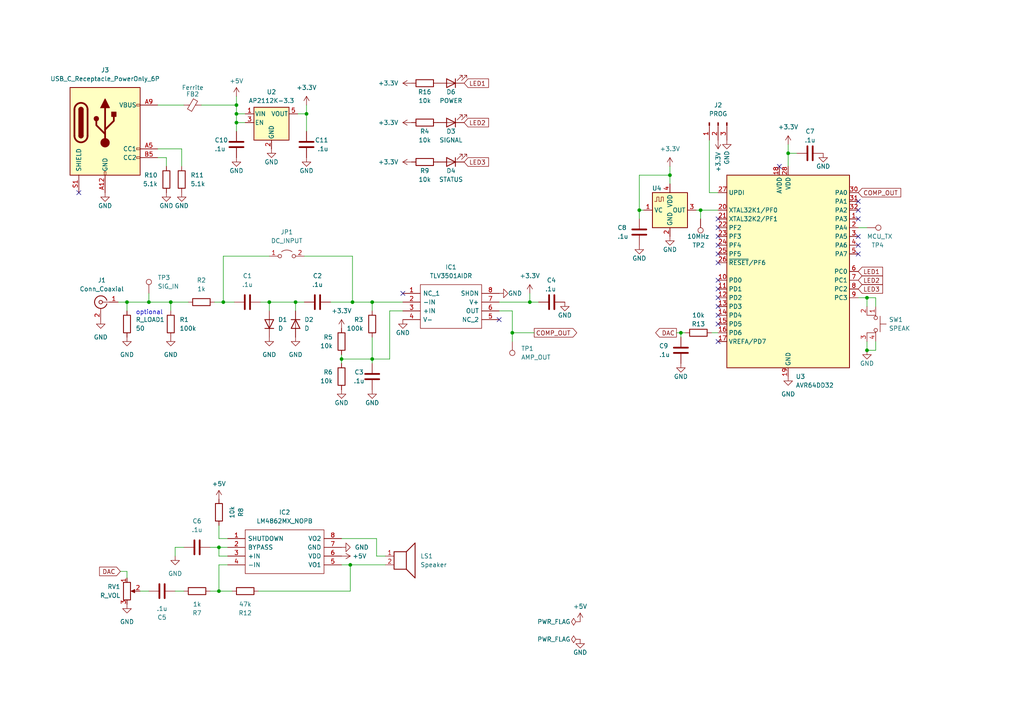
<source format=kicad_sch>
(kicad_sch (version 20230121) (generator eeschema)
  (paper "A4")
  (lib_symbols
    (symbol "Connector:Conn_01x03_Pin" (pin_names (offset 1.016) hide)
      (property "Reference" "J" (at 0 5.08 0))
      (property "Value" "Conn_01x03_Pin" (at 0 -5.08 0))
      (symbol "Conn_01x03_Pin_1_1"
        (polyline (pts (xy 1.27 -2.54) (xy 0.8636 -2.54)) (stroke (width 0.1524)))
        (polyline (pts (xy 1.27 0) (xy 0.8636 0)) (stroke (width 0.1524)))
        (polyline (pts (xy 1.27 2.54) (xy 0.8636 2.54)) (stroke (width 0.1524)))
        (rectangle (start 0.8636 -2.413) (end 0 -2.667) (stroke (width 0.1524)) (fill (type outline)))
        (rectangle (start 0.8636 0.127) (end 0 -0.127) (stroke (width 0.1524)) (fill (type outline)))
        (rectangle (start 0.8636 2.667) (end 0 2.413) (stroke (width 0.1524)) (fill (type outline)))
        (pin passive line (at 5.08 2.54 180) (length 3.81) (name "Pin_1") (number "1"))
        (pin passive line (at 5.08 0 180) (length 3.81) (name "Pin_2") (number "2"))
        (pin passive line (at 5.08 -2.54 180) (length 3.81) (name "Pin_3") (number "3"))
      )
    )
    (symbol "Connector:Conn_Coaxial" (pin_names (offset 1.016) hide)
      (property "Reference" "J" (at 0.254 3.048 0))
      (property "Value" "Conn_Coaxial" (at 2.921 0 90))
      (symbol "Conn_Coaxial_0_1"
        (arc (start -1.778 -0.508) (mid 0.2311 -1.8066) (end 1.778 0) (stroke (width 0.254)))
        (polyline (pts (xy -2.54 0) (xy -0.508 0)))
        (polyline (pts (xy 0 -2.54) (xy 0 -1.778)))
        (circle (center 0 0) (radius 0.508) (stroke (width 0.2032)))
        (arc (start 1.778 0) (mid 0.2099 1.8101) (end -1.778 0.508) (stroke (width 0.254)))
      )
      (symbol "Conn_Coaxial_1_1"
        (pin passive line (at -5.08 0 0) (length 2.54) (name "In") (number "1"))
        (pin passive line (at 0 -5.08 90) (length 2.54) (name "Ext") (number "2"))
      )
    )
    (symbol "Connector:TestPoint" (pin_numbers hide) (pin_names (offset 0.762) hide)
      (property "Reference" "TP" (at 0 6.858 0))
      (property "Value" "TestPoint" (at 0 5.08 0))
      (symbol "TestPoint_0_1"
        (circle (center 0 3.302) (radius 0.762))
      )
      (symbol "TestPoint_1_1"
        (pin passive line (at 0 0 90) (length 2.54) (name "1") (number "1"))
      )
    )
    (symbol "Connector:USB_C_Receptacle_PowerOnly_6P" (pin_names (offset 1.016))
      (property "Reference" "J" (at 0 16.51 0))
      (property "Value" "USB_C_Receptacle_PowerOnly_6P" (at 0 13.97 0))
      (symbol "USB_C_Receptacle_PowerOnly_6P_0_0"
        (rectangle (start -0.254 -12.7) (end 0.254 -11.684))
        (rectangle (start 10.16 -7.366) (end 9.144 -7.874))
        (rectangle (start 10.16 -4.826) (end 9.144 -5.334))
        (rectangle (start 10.16 7.874) (end 9.144 7.366))
      )
      (symbol "USB_C_Receptacle_PowerOnly_6P_0_1"
        (rectangle (start -10.16 12.7) (end 10.16 -12.7) (stroke (width 0.254)) (fill (type background)))
        (arc (start -8.89 -1.27) (mid -6.985 -3.1667) (end -5.08 -1.27) (stroke (width 0.508)))
        (arc (start -7.62 -1.27) (mid -6.985 -1.9023) (end -6.35 -1.27) (stroke (width 0.254)))
        (arc (start -7.62 -1.27) (mid -6.985 -1.9023) (end -6.35 -1.27) (stroke (width 0.254)) (fill (type outline)))
        (rectangle (start -7.62 -1.27) (end -6.35 6.35) (stroke (width 0.254)) (fill (type outline)))
        (arc (start -6.35 6.35) (mid -6.985 6.9823) (end -7.62 6.35) (stroke (width 0.254)))
        (arc (start -6.35 6.35) (mid -6.985 6.9823) (end -7.62 6.35) (stroke (width 0.254)) (fill (type outline)))
        (arc (start -5.08 6.35) (mid -6.985 8.2467) (end -8.89 6.35) (stroke (width 0.508)))
        (circle (center -2.54 3.683) (radius 0.635) (stroke (width 0.254)) (fill (type outline)))
        (circle (center 0 -3.302) (radius 1.27) (fill (type outline)))
        (polyline (pts (xy -8.89 -1.27) (xy -8.89 6.35)) (stroke (width 0.508)))
        (polyline (pts (xy -5.08 6.35) (xy -5.08 -1.27)) (stroke (width 0.508)))
        (polyline (pts (xy 0 -3.302) (xy 0 6.858)) (stroke (width 0.508)))
        (polyline (pts (xy 0 -0.762) (xy -2.54 1.778) (xy -2.54 3.048)) (stroke (width 0.508)))
        (polyline (pts (xy 0 0.508) (xy 2.54 3.048) (xy 2.54 4.318)) (stroke (width 0.508)))
        (polyline (pts (xy -1.27 6.858) (xy 0 9.398) (xy 1.27 6.858) (xy -1.27 6.858)) (stroke (width 0.254)) (fill (type outline)))
        (rectangle (start 1.905 4.318) (end 3.175 5.588) (stroke (width 0.254)) (fill (type outline)))
      )
      (symbol "USB_C_Receptacle_PowerOnly_6P_1_1"
        (pin passive line (at 0 -17.78 90) (length 5.08) (name "GND") (number "A12"))
        (pin bidirectional line (at 15.24 -5.08 180) (length 5.08) (name "CC1") (number "A5"))
        (pin passive line (at 15.24 7.62 180) (length 5.08) (name "VBUS") (number "A9"))
        (pin passive line (at 0 -17.78 90) (length 5.08) hide (name "GND") (number "B12"))
        (pin bidirectional line (at 15.24 -7.62 180) (length 5.08) (name "CC2") (number "B5"))
        (pin passive line (at 15.24 7.62 180) (length 5.08) hide (name "VBUS") (number "B9"))
        (pin passive line (at -7.62 -17.78 90) (length 5.08) (name "SHIELD") (number "S1"))
      )
    )
    (symbol "Device:C" (pin_numbers hide) (pin_names (offset 0.254))
      (property "Reference" "C" (at 0.635 2.54 0))
      (property "Value" "C" (at 0.635 -2.54 0))
      (symbol "C_0_1"
        (polyline (pts (xy -2.032 -0.762) (xy 2.032 -0.762)) (stroke (width 0.508)))
        (polyline (pts (xy -2.032 0.762) (xy 2.032 0.762)) (stroke (width 0.508)))
      )
      (symbol "C_1_1"
        (pin passive line (at 0 3.81 270) (length 2.794) (name "~") (number "1"))
        (pin passive line (at 0 -3.81 90) (length 2.794) (name "~") (number "2"))
      )
    )
    (symbol "Device:D" (pin_numbers hide) (pin_names (offset 1.016) hide)
      (property "Reference" "D" (at 0 2.54 0))
      (property "Value" "D" (at 0 -2.54 0))
      (symbol "D_0_1"
        (polyline (pts (xy -1.27 1.27) (xy -1.27 -1.27)) (stroke (width 0.254)))
        (polyline (pts (xy 1.27 0) (xy -1.27 0)))
        (polyline (pts (xy 1.27 1.27) (xy 1.27 -1.27) (xy -1.27 0) (xy 1.27 1.27)) (stroke (width 0.254)))
      )
      (symbol "D_1_1"
        (pin passive line (at -3.81 0 0) (length 2.54) (name "K") (number "1"))
        (pin passive line (at 3.81 0 180) (length 2.54) (name "A") (number "2"))
      )
    )
    (symbol "Device:FerriteBead_Small" (pin_numbers hide) (pin_names (offset 0))
      (property "Reference" "FB" (at 1.905 1.27 0))
      (property "Value" "FerriteBead_Small" (at 1.905 -1.27 0))
      (symbol "FerriteBead_Small_0_1"
        (polyline (pts (xy 0 -1.27) (xy 0 -0.7874)))
        (polyline (pts (xy 0 0.889) (xy 0 1.2954)))
        (polyline (pts (xy -1.8288 0.2794) (xy -1.1176 1.4986) (xy 1.8288 -0.2032) (xy 1.1176 -1.4224) (xy -1.8288 0.2794)))
      )
      (symbol "FerriteBead_Small_1_1"
        (pin passive line (at 0 2.54 270) (length 1.27) (name "~") (number "1"))
        (pin passive line (at 0 -2.54 90) (length 1.27) (name "~") (number "2"))
      )
    )
    (symbol "Device:LED" (pin_numbers hide) (pin_names (offset 1.016) hide)
      (property "Reference" "D" (at 0 2.54 0))
      (property "Value" "LED" (at 0 -2.54 0))
      (symbol "LED_0_1"
        (polyline (pts (xy -1.27 -1.27) (xy -1.27 1.27)) (stroke (width 0.254)))
        (polyline (pts (xy -1.27 0) (xy 1.27 0)))
        (polyline (pts (xy 1.27 -1.27) (xy 1.27 1.27) (xy -1.27 0) (xy 1.27 -1.27)) (stroke (width 0.254)))
        (polyline (pts (xy -3.048 -0.762) (xy -4.572 -2.286) (xy -3.81 -2.286) (xy -4.572 -2.286) (xy -4.572 -1.524)))
        (polyline (pts (xy -1.778 -0.762) (xy -3.302 -2.286) (xy -2.54 -2.286) (xy -3.302 -2.286) (xy -3.302 -1.524)))
      )
      (symbol "LED_1_1"
        (pin passive line (at -3.81 0 0) (length 2.54) (name "K") (number "1"))
        (pin passive line (at 3.81 0 180) (length 2.54) (name "A") (number "2"))
      )
    )
    (symbol "Device:R" (pin_numbers hide) (pin_names (offset 0))
      (property "Reference" "R" (at 2.032 0 90))
      (property "Value" "R" (at 0 0 90))
      (symbol "R_0_1"
        (rectangle (start -1.016 -2.54) (end 1.016 2.54) (stroke (width 0.254)))
      )
      (symbol "R_1_1"
        (pin passive line (at 0 3.81 270) (length 1.27) (name "~") (number "1"))
        (pin passive line (at 0 -3.81 90) (length 1.27) (name "~") (number "2"))
      )
    )
    (symbol "Device:R_Potentiometer" (pin_names (offset 1.016) hide)
      (property "Reference" "RV" (at -4.445 0 90))
      (property "Value" "R_Potentiometer" (at -2.54 0 90))
      (symbol "R_Potentiometer_0_1"
        (polyline (pts (xy 2.54 0) (xy 1.524 0)))
        (polyline (pts (xy 1.143 0) (xy 2.286 0.508) (xy 2.286 -0.508) (xy 1.143 0)) (fill (type outline)))
        (rectangle (start 1.016 2.54) (end -1.016 -2.54) (stroke (width 0.254)))
      )
      (symbol "R_Potentiometer_1_1"
        (pin passive line (at 0 3.81 270) (length 1.27) (name "1") (number "1"))
        (pin passive line (at 3.81 0 180) (length 1.27) (name "2") (number "2"))
        (pin passive line (at 0 -3.81 90) (length 1.27) (name "3") (number "3"))
      )
    )
    (symbol "Device:Speaker" (pin_names (offset 0) hide)
      (property "Reference" "LS" (at 1.27 5.715 0))
      (property "Value" "Speaker" (at 1.27 3.81 0))
      (symbol "Speaker_0_0"
        (rectangle (start -2.54 1.27) (end 1.016 -3.81) (stroke (width 0.254)))
        (polyline (pts (xy 1.016 1.27) (xy 3.556 3.81) (xy 3.556 -6.35) (xy 1.016 -3.81)) (stroke (width 0.254)))
      )
      (symbol "Speaker_1_1"
        (pin input line (at -5.08 0 0) (length 2.54) (name "1") (number "1"))
        (pin input line (at -5.08 -2.54 0) (length 2.54) (name "2") (number "2"))
      )
    )
    (symbol "Jumper:Jumper_2_Open" (pin_names (offset 0) hide)
      (property "Reference" "JP" (at 0 2.794 0))
      (property "Value" "Jumper_2_Open" (at 0 -2.286 0))
      (symbol "Jumper_2_Open_0_0"
        (circle (center -2.032 0) (radius 0.508))
        (circle (center 2.032 0) (radius 0.508))
      )
      (symbol "Jumper_2_Open_0_1"
        (arc (start 1.524 1.27) (mid 0 1.778) (end -1.524 1.27))
      )
      (symbol "Jumper_2_Open_1_1"
        (pin passive line (at -5.08 0 0) (length 2.54) (name "A") (number "1"))
        (pin passive line (at 5.08 0 180) (length 2.54) (name "B") (number "2"))
      )
    )
    (symbol "MCU_Microchip_AVR_Dx:AVR64DA32x-xPT"
      (property "Reference" "U" (at -17.78 29.21 0))
      (property "Value" "AVR64DA32x-xPT" (at 2.54 -29.21 0))
      (symbol "AVR64DA32x-xPT_0_1"
        (rectangle (start -17.78 27.94) (end 17.78 -27.94) (stroke (width 0.254)) (fill (type background)))
      )
      (symbol "AVR64DA32x-xPT_1_1"
        (pin bidirectional line (at 20.32 15.24 180) (length 2.54) (name "PA3") (number "1"))
        (pin bidirectional line (at -20.32 -2.54 0) (length 2.54) (name "PD0") (number "10"))
        (pin bidirectional line (at -20.32 -5.08 0) (length 2.54) (name "PD1") (number "11"))
        (pin bidirectional line (at -20.32 -7.62 0) (length 2.54) (name "PD2") (number "12"))
        (pin bidirectional line (at -20.32 -10.16 0) (length 2.54) (name "PD3") (number "13"))
        (pin bidirectional line (at -20.32 -12.7 0) (length 2.54) (name "PD4") (number "14"))
        (pin bidirectional line (at -20.32 -15.24 0) (length 2.54) (name "PD5") (number "15"))
        (pin bidirectional line (at -20.32 -17.78 0) (length 2.54) (name "PD6") (number "16"))
        (pin bidirectional line (at -20.32 -20.32 0) (length 2.54) (name "VREFA/PD7") (number "17"))
        (pin power_in line (at -2.54 30.48 270) (length 2.54) (name "AVDD") (number "18"))
        (pin power_in line (at 0 -30.48 90) (length 2.54) (name "GND") (number "19"))
        (pin bidirectional line (at 20.32 12.7 180) (length 2.54) (name "PA4") (number "2"))
        (pin bidirectional line (at -20.32 17.78 0) (length 2.54) (name "XTAL32K1/PF0") (number "20"))
        (pin bidirectional line (at -20.32 15.24 0) (length 2.54) (name "XTAL32K2/PF1") (number "21"))
        (pin bidirectional line (at -20.32 12.7 0) (length 2.54) (name "PF2") (number "22"))
        (pin bidirectional line (at -20.32 10.16 0) (length 2.54) (name "PF3") (number "23"))
        (pin bidirectional line (at -20.32 7.62 0) (length 2.54) (name "PF4") (number "24"))
        (pin bidirectional line (at -20.32 5.08 0) (length 2.54) (name "PF5") (number "25"))
        (pin bidirectional line (at -20.32 2.54 0) (length 2.54) (name "~{RESET}/PF6") (number "26"))
        (pin input line (at -20.32 22.86 0) (length 2.54) (name "UPDI") (number "27"))
        (pin power_in line (at 0 30.48 270) (length 2.54) (name "VDD") (number "28"))
        (pin passive line (at 0 -30.48 90) (length 2.54) hide (name "GND") (number "29"))
        (pin bidirectional line (at 20.32 10.16 180) (length 2.54) (name "PA5") (number "3"))
        (pin bidirectional line (at 20.32 22.86 180) (length 2.54) (name "PA0") (number "30"))
        (pin bidirectional line (at 20.32 20.32 180) (length 2.54) (name "PA1") (number "31"))
        (pin bidirectional line (at 20.32 17.78 180) (length 2.54) (name "PA2") (number "32"))
        (pin bidirectional line (at 20.32 7.62 180) (length 2.54) (name "PA6") (number "4"))
        (pin bidirectional line (at 20.32 5.08 180) (length 2.54) (name "PA7") (number "5"))
        (pin bidirectional line (at 20.32 0 180) (length 2.54) (name "PC0") (number "6"))
        (pin bidirectional line (at 20.32 -2.54 180) (length 2.54) (name "PC1") (number "7"))
        (pin bidirectional line (at 20.32 -5.08 180) (length 2.54) (name "PC2") (number "8"))
        (pin bidirectional line (at 20.32 -7.62 180) (length 2.54) (name "PC3") (number "9"))
      )
    )
    (symbol "Oscillator:FT5HV"
      (property "Reference" "U" (at 5.08 11.43 0))
      (property "Value" "FT5HV" (at 6.35 8.89 0))
      (symbol "FT5HV_0_1"
        (rectangle (start -5.08 5.08) (end 5.08 -5.08) (stroke (width 0.254)) (fill (type background)))
        (polyline (pts (xy -4.445 2.54) (xy -3.81 2.54) (xy -3.81 3.81) (xy -3.175 3.81) (xy -3.175 2.54) (xy -2.54 2.54) (xy -2.54 3.81) (xy -1.905 3.81) (xy -1.905 2.54)))
      )
      (symbol "FT5HV_1_1"
        (pin input line (at -7.62 0 0) (length 2.54) (name "VC") (number "1"))
        (pin power_in line (at 0 -7.62 90) (length 2.54) (name "GND") (number "2"))
        (pin output line (at 7.62 0 180) (length 2.54) (name "OUT") (number "3"))
        (pin power_in line (at 0 7.62 270) (length 2.54) (name "VDD") (number "4"))
      )
    )
    (symbol "Regulator_Linear:AP2112K-3.3" (pin_names (offset 0.254))
      (property "Reference" "U" (at -5.08 5.715 0))
      (property "Value" "AP2112K-3.3" (at 0 5.715 0))
      (symbol "AP2112K-3.3_0_1"
        (rectangle (start -5.08 4.445) (end 5.08 -5.08) (stroke (width 0.254)) (fill (type background)))
      )
      (symbol "AP2112K-3.3_1_1"
        (pin power_in line (at -7.62 2.54 0) (length 2.54) (name "VIN") (number "1"))
        (pin power_in line (at 0 -7.62 90) (length 2.54) (name "GND") (number "2"))
        (pin input line (at -7.62 0 0) (length 2.54) (name "EN") (number "3"))
        (pin no_connect line (at 5.08 0 180) (length 2.54) hide (name "NC") (number "4"))
        (pin power_out line (at 7.62 2.54 180) (length 2.54) (name "VOUT") (number "5"))
      )
    )
    (symbol "Switch:SW_MEC_5E" (pin_names (offset 1.016) hide)
      (property "Reference" "SW" (at 0.635 5.715 0))
      (property "Value" "SW_MEC_5E" (at 0 -3.175 0))
      (symbol "SW_MEC_5E_0_1"
        (circle (center -1.778 2.54) (radius 0.508))
        (polyline (pts (xy -2.286 3.81) (xy 2.286 3.81)))
        (polyline (pts (xy 0 3.81) (xy 0 5.588)))
        (polyline (pts (xy -2.54 0) (xy -2.54 2.54) (xy -2.286 2.54)))
        (polyline (pts (xy 2.54 0) (xy 2.54 2.54) (xy 2.286 2.54)))
        (circle (center 1.778 2.54) (radius 0.508))
        (pin passive line (at -5.08 2.54 0) (length 2.54) (name "1") (number "1"))
        (pin passive line (at -5.08 0 0) (length 2.54) (name "2") (number "2"))
        (pin passive line (at 5.08 0 180) (length 2.54) (name "K") (number "3"))
        (pin passive line (at 5.08 2.54 180) (length 2.54) (name "A") (number "4"))
      )
    )
    (symbol "library loader:LM4862MX_NOPB" (pin_names (offset 0.762))
      (property "Reference" "IC" (at 29.21 7.62 0))
      (property "Value" "LM4862MX_NOPB" (at 29.21 5.08 0))
      (symbol "LM4862MX_NOPB_0_0"
        (pin passive line (at 0 0 0) (length 5.08) (name "SHUTDOWN") (number "1"))
        (pin passive line (at 0 -2.54 0) (length 5.08) (name "BYPASS") (number "2"))
        (pin passive line (at 0 -5.08 0) (length 5.08) (name "+IN") (number "3"))
        (pin passive line (at 0 -7.62 0) (length 5.08) (name "-IN") (number "4"))
        (pin passive line (at 33.02 -7.62 180) (length 5.08) (name "VO1") (number "5"))
        (pin passive line (at 33.02 -5.08 180) (length 5.08) (name "VDD") (number "6"))
        (pin passive line (at 33.02 -2.54 180) (length 5.08) (name "GND") (number "7"))
        (pin passive line (at 33.02 0 180) (length 5.08) (name "VO2") (number "8"))
      )
      (symbol "LM4862MX_NOPB_0_1"
        (polyline (pts (xy 5.08 2.54) (xy 27.94 2.54) (xy 27.94 -10.16) (xy 5.08 -10.16) (xy 5.08 2.54)) (stroke (width 0.1524)))
      )
    )
    (symbol "library loader:TLV3501AIDR" (pin_names (offset 0.762))
      (property "Reference" "IC" (at 24.13 7.62 0))
      (property "Value" "TLV3501AIDR" (at 24.13 5.08 0))
      (symbol "TLV3501AIDR_0_0"
        (pin passive line (at 0 0 0) (length 5.08) (name "NC_1") (number "1"))
        (pin passive line (at 0 -2.54 0) (length 5.08) (name "-IN") (number "2"))
        (pin passive line (at 0 -5.08 0) (length 5.08) (name "+IN") (number "3"))
        (pin passive line (at 0 -7.62 0) (length 5.08) (name "V-") (number "4"))
        (pin passive line (at 27.94 -7.62 180) (length 5.08) (name "NC_2") (number "5"))
        (pin passive line (at 27.94 -5.08 180) (length 5.08) (name "OUT") (number "6"))
        (pin passive line (at 27.94 -2.54 180) (length 5.08) (name "V+") (number "7"))
        (pin passive line (at 27.94 0 180) (length 5.08) (name "SHDN") (number "8"))
      )
      (symbol "TLV3501AIDR_0_1"
        (polyline (pts (xy 5.08 2.54) (xy 22.86 2.54) (xy 22.86 -10.16) (xy 5.08 -10.16) (xy 5.08 2.54)) (stroke (width 0.1524)))
      )
    )
    (symbol "power:+3.3V" (power) (pin_names (offset 0))
      (property "Value" "+3.3V" (at 0 3.556 0))
      (symbol "+3.3V_0_1"
        (polyline (pts (xy -0.762 1.27) (xy 0 2.54)))
        (polyline (pts (xy 0 0) (xy 0 2.54)))
        (polyline (pts (xy 0 2.54) (xy 0.762 1.27)))
      )
      (symbol "+3.3V_1_1"
        (pin power_in line (at 0 0 90) (length 0) hide (name "+3.3V") (number "1"))
      )
    )
    (symbol "power:+5V" (power) (pin_names (offset 0))
      (property "Value" "+5V" (at 0 3.556 0))
      (symbol "+5V_0_1"
        (polyline (pts (xy -0.762 1.27) (xy 0 2.54)))
        (polyline (pts (xy 0 0) (xy 0 2.54)))
        (polyline (pts (xy 0 2.54) (xy 0.762 1.27)))
      )
      (symbol "+5V_1_1"
        (pin power_in line (at 0 0 90) (length 0) hide (name "+5V") (number "1"))
      )
    )
    (symbol "power:GND" (power) (pin_names (offset 0))
      (property "Value" "GND" (at 0 -3.81 0))
      (symbol "GND_0_1"
        (polyline (pts (xy 0 0) (xy 0 -1.27) (xy 1.27 -1.27) (xy 0 -2.54) (xy -1.27 -1.27) (xy 0 -1.27)))
      )
      (symbol "GND_1_1"
        (pin power_in line (at 0 0 270) (length 0) hide (name "GND") (number "1"))
      )
    )
    (symbol "power:PWR_FLAG" (power) (pin_numbers hide) (pin_names (offset 0) hide)
      (property "Value" "PWR_FLAG" (at 0 3.81 0))
      (symbol "PWR_FLAG_0_0"
        (pin power_out line (at 0 0 90) (length 0) (name "pwr") (number "1"))
      )
      (symbol "PWR_FLAG_0_1"
        (polyline (pts (xy 0 0) (xy 0 1.27) (xy -1.016 1.905) (xy 0 2.54) (xy 1.016 1.905) (xy 0 1.27)))
      )
    )
  )
  (junction (at 88.9 33.02))
  (junction (at 148.59 96.52))
  (junction (at 107.95 104.14))
  (junction (at 251.46 86.36))
  (junction (at 63.5 171.45))
  (junction (at 63.5 158.75))
  (junction (at 49.53 87.63))
  (junction (at 101.6 163.83))
  (junction (at 78.105 87.63))
  (junction (at 153.67 87.63))
  (junction (at 36.83 87.63))
  (junction (at 102.235 87.63))
  (junction (at 68.58 35.56))
  (junction (at 228.6 44.45))
  (junction (at 85.725 87.63))
  (junction (at 185.42 60.96))
  (junction (at 99.06 104.14))
  (junction (at 194.31 50.8))
  (junction (at 68.58 30.48))
  (junction (at 203.2 60.96))
  (junction (at 197.485 96.52))
  (junction (at 64.77 87.63))
  (junction (at 107.95 87.63))
  (junction (at 251.46 101.6))
  (junction (at 68.58 33.02))
  (junction (at 43.18 87.63))
  (no_connect (at 248.92 71.12))
  (no_connect (at 248.92 60.96))
  (no_connect (at 116.84 85.09))
  (no_connect (at 208.28 71.12))
  (no_connect (at 208.28 76.2))
  (no_connect (at 208.28 88.9))
  (no_connect (at 208.28 81.28))
  (no_connect (at 248.92 73.66))
  (no_connect (at 226.06 48.26))
  (no_connect (at 248.92 68.58))
  (no_connect (at 208.28 83.82))
  (no_connect (at 22.86 55.88))
  (no_connect (at 208.28 93.98))
  (no_connect (at 248.92 58.42))
  (no_connect (at 248.92 63.5))
  (no_connect (at 208.28 99.06))
  (no_connect (at 208.28 68.58))
  (no_connect (at 208.28 86.36))
  (no_connect (at 144.78 92.71))
  (no_connect (at 208.28 66.04))
  (no_connect (at 208.28 91.44))
  (no_connect (at 208.28 63.5))
  (no_connect (at 208.28 73.66))
  (wire (pts (xy 66.04 158.75) (xy 63.5 158.75)))
  (wire (pts (xy 52.705 43.18) (xy 52.705 48.26)))
  (wire (pts (xy 228.6 44.45) (xy 228.6 48.26)))
  (wire (pts (xy 88.265 74.295) (xy 102.235 74.295)))
  (wire (pts (xy 203.2 60.96) (xy 203.2 63.5)))
  (wire (pts (xy 205.74 40.64) (xy 205.74 55.88)))
  (wire (pts (xy 107.95 87.63) (xy 107.95 90.17)))
  (wire (pts (xy 254 101.6) (xy 254 99.06)))
  (wire (pts (xy 251.46 101.6) (xy 254 101.6)))
  (wire (pts (xy 36.83 165.735) (xy 36.83 167.64)))
  (wire (pts (xy 50.8 161.29) (xy 50.8 158.75)))
  (wire (pts (xy 99.06 156.21) (xy 109.22 156.21)))
  (wire (pts (xy 63.5 171.45) (xy 67.31 171.45)))
  (wire (pts (xy 68.58 30.48) (xy 68.58 33.02)))
  (wire (pts (xy 248.92 66.04) (xy 251.46 66.04)))
  (wire (pts (xy 88.9 30.48) (xy 88.9 33.02)))
  (wire (pts (xy 99.06 102.87) (xy 99.06 104.14)))
  (wire (pts (xy 185.42 60.96) (xy 186.69 60.96)))
  (wire (pts (xy 50.8 158.75) (xy 53.34 158.75)))
  (wire (pts (xy 85.725 87.63) (xy 85.725 90.17)))
  (wire (pts (xy 154.94 96.52) (xy 148.59 96.52)))
  (wire (pts (xy 43.18 87.63) (xy 49.53 87.63)))
  (wire (pts (xy 113.03 104.14) (xy 113.03 90.17)))
  (wire (pts (xy 36.83 87.63) (xy 43.18 87.63)))
  (wire (pts (xy 201.93 60.96) (xy 203.2 60.96)))
  (wire (pts (xy 99.06 104.14) (xy 99.06 105.41)))
  (wire (pts (xy 63.5 158.75) (xy 63.5 161.29)))
  (wire (pts (xy 203.2 60.96) (xy 208.28 60.96)))
  (wire (pts (xy 107.95 97.79) (xy 107.95 104.14)))
  (wire (pts (xy 36.83 87.63) (xy 36.83 90.17)))
  (wire (pts (xy 68.58 27.94) (xy 68.58 30.48)))
  (wire (pts (xy 49.53 87.63) (xy 54.61 87.63)))
  (wire (pts (xy 45.72 30.48) (xy 53.34 30.48)))
  (wire (pts (xy 63.5 156.21) (xy 63.5 152.4)))
  (wire (pts (xy 206.375 96.52) (xy 208.28 96.52)))
  (wire (pts (xy 43.18 85.09) (xy 43.18 87.63)))
  (wire (pts (xy 153.67 85.09) (xy 153.67 87.63)))
  (wire (pts (xy 194.31 50.8) (xy 194.31 53.34)))
  (wire (pts (xy 107.95 104.14) (xy 113.03 104.14)))
  (wire (pts (xy 64.77 87.63) (xy 64.77 74.295)))
  (wire (pts (xy 60.96 171.45) (xy 63.5 171.45)))
  (wire (pts (xy 86.36 33.02) (xy 88.9 33.02)))
  (wire (pts (xy 196.215 96.52) (xy 197.485 96.52)))
  (wire (pts (xy 109.22 161.29) (xy 109.22 156.21)))
  (wire (pts (xy 48.26 45.72) (xy 45.72 45.72)))
  (wire (pts (xy 111.76 161.29) (xy 109.22 161.29)))
  (wire (pts (xy 197.485 96.52) (xy 197.485 97.79)))
  (wire (pts (xy 197.485 96.52) (xy 198.755 96.52)))
  (wire (pts (xy 185.42 60.96) (xy 185.42 63.5)))
  (wire (pts (xy 63.5 161.29) (xy 66.04 161.29)))
  (wire (pts (xy 52.705 43.18) (xy 45.72 43.18)))
  (wire (pts (xy 194.31 48.26) (xy 194.31 50.8)))
  (wire (pts (xy 68.58 33.02) (xy 71.12 33.02)))
  (wire (pts (xy 107.95 87.63) (xy 116.84 87.63)))
  (wire (pts (xy 251.46 99.06) (xy 251.46 101.6)))
  (wire (pts (xy 102.235 74.295) (xy 102.235 87.63)))
  (wire (pts (xy 144.78 87.63) (xy 153.67 87.63)))
  (wire (pts (xy 101.6 163.83) (xy 111.76 163.83)))
  (wire (pts (xy 228.6 41.91) (xy 228.6 44.45)))
  (wire (pts (xy 248.92 86.36) (xy 251.46 86.36)))
  (wire (pts (xy 64.77 74.295) (xy 78.105 74.295)))
  (wire (pts (xy 231.14 44.45) (xy 228.6 44.45)))
  (wire (pts (xy 99.06 104.14) (xy 107.95 104.14)))
  (wire (pts (xy 95.885 87.63) (xy 102.235 87.63)))
  (wire (pts (xy 64.77 87.63) (xy 67.945 87.63)))
  (wire (pts (xy 58.42 30.48) (xy 68.58 30.48)))
  (wire (pts (xy 34.29 87.63) (xy 36.83 87.63)))
  (wire (pts (xy 148.59 96.52) (xy 148.59 90.17)))
  (wire (pts (xy 148.59 96.52) (xy 148.59 99.06)))
  (wire (pts (xy 185.42 50.8) (xy 194.31 50.8)))
  (wire (pts (xy 75.565 87.63) (xy 78.105 87.63)))
  (wire (pts (xy 101.6 171.45) (xy 101.6 163.83)))
  (wire (pts (xy 71.12 35.56) (xy 68.58 35.56)))
  (wire (pts (xy 63.5 163.83) (xy 63.5 171.45)))
  (wire (pts (xy 185.42 50.8) (xy 185.42 60.96)))
  (wire (pts (xy 254 86.36) (xy 254 88.9)))
  (wire (pts (xy 78.105 87.63) (xy 85.725 87.63)))
  (wire (pts (xy 85.725 87.63) (xy 88.265 87.63)))
  (wire (pts (xy 102.235 87.63) (xy 107.95 87.63)))
  (wire (pts (xy 68.58 35.56) (xy 68.58 38.1)))
  (wire (pts (xy 148.59 90.17) (xy 144.78 90.17)))
  (wire (pts (xy 40.64 171.45) (xy 43.18 171.45)))
  (wire (pts (xy 78.105 87.63) (xy 78.105 90.17)))
  (wire (pts (xy 88.9 33.02) (xy 88.9 38.1)))
  (wire (pts (xy 107.95 105.41) (xy 107.95 104.14)))
  (wire (pts (xy 205.74 55.88) (xy 208.28 55.88)))
  (wire (pts (xy 49.53 87.63) (xy 49.53 90.17)))
  (wire (pts (xy 62.23 87.63) (xy 64.77 87.63)))
  (wire (pts (xy 113.03 90.17) (xy 116.84 90.17)))
  (wire (pts (xy 254 86.36) (xy 251.46 86.36)))
  (wire (pts (xy 68.58 35.56) (xy 68.58 33.02)))
  (wire (pts (xy 63.5 163.83) (xy 66.04 163.83)))
  (wire (pts (xy 66.04 156.21) (xy 63.5 156.21)))
  (wire (pts (xy 48.26 48.26) (xy 48.26 45.72)))
  (wire (pts (xy 74.93 171.45) (xy 101.6 171.45)))
  (wire (pts (xy 60.96 158.75) (xy 63.5 158.75)))
  (wire (pts (xy 251.46 86.36) (xy 251.46 88.9)))
  (wire (pts (xy 153.67 87.63) (xy 156.21 87.63)))
  (wire (pts (xy 34.925 165.735) (xy 36.83 165.735)))
  (wire (pts (xy 99.06 163.83) (xy 101.6 163.83)))
  (wire (pts (xy 50.8 171.45) (xy 53.34 171.45)))
  (text "optional" (at 39.37 91.44 0) (effects (font (size 1.27 1.27)) (justify left bottom)))
  (global_label "LED3" (shape input) (at 248.92 83.82 0) (property "Intersheetrefs" "${INTERSHEET_REFS}" (effects hide)))
  (global_label "DAC" (shape input) (at 34.925 165.735 180) (property "Intersheetrefs" "${INTERSHEET_REFS}" (effects hide)))
  (global_label "LED2" (shape input) (at 134.62 35.56 0) (property "Intersheetrefs" "${INTERSHEET_REFS}" (effects hide)))
  (global_label "LED3" (shape input) (at 134.62 46.99 0) (property "Intersheetrefs" "${INTERSHEET_REFS}" (effects hide)))
  (global_label "LED2" (shape input) (at 248.92 81.28 0) (property "Intersheetrefs" "${INTERSHEET_REFS}" (effects hide)))
  (global_label "LED1" (shape input) (at 248.92 78.74 0) (property "Intersheetrefs" "${INTERSHEET_REFS}" (effects hide)))
  (global_label "COMP_OUT" (shape output) (at 154.94 96.52 0) (property "Intersheetrefs" "${INTERSHEET_REFS}" (effects hide)))
  (global_label "COMP_OUT" (shape input) (at 248.92 55.88 0) (property "Intersheetrefs" "${INTERSHEET_REFS}" (effects hide)))
  (global_label "LED1" (shape input) (at 134.62 24.13 0) (property "Intersheetrefs" "${INTERSHEET_REFS}" (effects hide)))
  (global_label "DAC" (shape output) (at 196.215 96.52 180) (property "Intersheetrefs" "${INTERSHEET_REFS}" (effects hide)))
  (symbol (lib_id "Device:R") (at 48.26 52.07 0) (mirror y) (unit 1)
    (property "Reference" "R10" (at 45.72 50.8 0) (effects (justify left)))
    (property "Value" "5.1k" (at 45.72 53.34 0) (effects (justify left)))
    (property "Footprint" "Resistor_SMD:R_0805_2012Metric_Pad1.20x1.40mm_HandSolder" (effects hide))
  )
  (symbol (lib_id "power:GND") (at 85.725 97.79 0) (unit 1)
    (property "Reference" "#PWR05" (effects hide))
    (property "Value" "GND" (at 85.725 102.87 0))
  )
  (symbol (lib_id "power:+3.3V") (at 208.28 40.64 180) (unit 1)
    (property "Reference" "#PWR024" (effects hide))
    (property "Value" "+3.3V" (at 208.28 46.99 90))
  )
  (symbol (lib_id "Device:C") (at 92.075 87.63 270) (unit 1)
    (property "Reference" "C2" (at 92.075 80.01 90))
    (property "Value" ".1u" (at 92.075 82.55 90))
    (property "Footprint" "Capacitor_SMD:C_0805_2012Metric_Pad1.18x1.45mm_HandSolder" (effects hide))
  )
  (symbol (lib_id "power:GND") (at 49.53 97.79 0) (unit 1)
    (property "Reference" "#PWR03" (effects hide))
    (property "Value" "GND" (at 49.53 102.87 0))
  )
  (symbol (lib_id "power:GND") (at 68.58 45.72 0) (unit 1)
    (property "Reference" "#PWR026" (effects hide))
    (property "Value" "GND" (at 68.58 49.53 0))
  )
  (symbol (lib_id "Device:LED") (at 130.81 46.99 180) (unit 1)
    (property "Reference" "D4" (at 130.81 49.53 0))
    (property "Value" "STATUS" (at 130.81 52.07 0))
    (property "Footprint" "LED_SMD:LED_0805_2012Metric_Pad1.15x1.40mm_HandSolder" (effects hide))
  )
  (symbol (lib_id "power:GND") (at 48.26 55.88 0) (unit 1)
    (property "Reference" "#PWR031" (effects hide))
    (property "Value" "GND" (at 48.26 59.69 0))
  )
  (symbol (lib_id "Connector:Conn_Coaxial") (at 29.21 87.63 0) (mirror y) (unit 1)
    (property "Reference" "J1" (at 29.5274 81.28 0))
    (property "Value" "Conn_Coaxial" (at 29.5274 83.82 0))
    (property "Footprint" "Connector_Coaxial:SMA_Amphenol_132134_Vertical" (effects hide))
    (property "Datasheet" " ~" (effects hide))
  )
  (symbol (lib_id "power:GND") (at 30.48 55.88 0) (unit 1)
    (property "Reference" "#PWR020" (effects hide))
    (property "Value" "GND" (at 30.48 59.69 0))
  )
  (symbol (lib_id "Device:R") (at 36.83 93.98 0) (unit 1)
    (property "Reference" "R_LOAD1" (at 39.37 92.71 0) (effects (justify left)))
    (property "Value" "50" (at 39.37 95.25 0) (effects (justify left)))
    (property "Footprint" "Resistor_THT:R_Axial_DIN0411_L9.9mm_D3.6mm_P20.32mm_Horizontal" (effects hide))
  )
  (symbol (lib_id "Device:R") (at 99.06 109.22 0) (mirror x) (unit 1)
    (property "Reference" "R6" (at 96.52 107.95 0) (effects (justify right)))
    (property "Value" "10k" (at 96.52 110.49 0) (effects (justify right)))
    (property "Footprint" "Resistor_SMD:R_0805_2012Metric_Pad1.20x1.40mm_HandSolder" (effects hide))
  )
  (symbol (lib_id "Device:LED") (at 130.81 24.13 180) (unit 1)
    (property "Reference" "D6" (at 130.81 26.67 0))
    (property "Value" "POWER" (at 130.81 29.21 0))
    (property "Footprint" "LED_SMD:LED_0805_2012Metric_Pad1.15x1.40mm_HandSolder" (effects hide))
  )
  (symbol (lib_id "power:+5V") (at 168.275 180.34 0) (unit 1)
    (property "Reference" "#PWR022" (effects hide))
    (property "Value" "+5V" (at 168.275 175.895 0))
  )
  (symbol (lib_id "power:GND") (at 197.485 105.41 0) (unit 1)
    (property "Reference" "#PWR034" (effects hide))
    (property "Value" "GND" (at 197.485 109.22 0))
  )
  (symbol (lib_id "power:GND") (at 251.46 101.6 0) (mirror y) (unit 1)
    (property "Reference" "#PWR035" (effects hide))
    (property "Value" "GND" (at 251.46 105.41 0))
  )
  (symbol (lib_id "power:GND") (at 78.105 97.79 0) (unit 1)
    (property "Reference" "#PWR04" (effects hide))
    (property "Value" "GND" (at 78.105 102.87 0))
  )
  (symbol (lib_id "Device:R") (at 123.19 24.13 270) (unit 1)
    (property "Reference" "R16" (at 123.19 26.67 90))
    (property "Value" "10k" (at 123.19 29.21 90))
    (property "Footprint" "Resistor_SMD:R_0805_2012Metric_Pad1.20x1.40mm_HandSolder" (effects hide))
  )
  (symbol (lib_id "power:PWR_FLAG") (at 168.275 180.34 90) (unit 1)
    (property "Reference" "#FLG02" (effects hide))
    (property "Value" "PWR_FLAG" (at 160.655 180.34 90))
  )
  (symbol (lib_id "MCU_Microchip_AVR_Dx:AVR64DA32x-xPT") (at 228.6 78.74 0) (unit 1)
    (property "Reference" "U3" (at 230.7941 109.22 0) (effects (justify left)))
    (property "Value" "AVR64DD32" (at 230.7941 111.76 0) (effects (justify left)))
    (property "Footprint" "Package_QFP:TQFP-32_7x7mm_P0.8mm" (effects hide))
    (property "Datasheet" "https://ww1.microchip.com/downloads/en/DeviceDoc/AVR64DA28-32-48-64-Data-Sheet-40002233B.pdf" (effects hide))
  )
  (symbol (lib_id "power:GND") (at 228.6 109.22 0) (unit 1)
    (property "Reference" "#PWR011" (effects hide))
    (property "Value" "GND" (at 228.6 114.3 0))
  )
  (symbol (lib_id "power:+3.3V") (at 119.38 35.56 90) (unit 1)
    (property "Reference" "#PWR07" (effects hide))
    (property "Value" "+3.3V" (at 115.57 35.56 90) (effects (justify left)))
  )
  (symbol (lib_id "power:+3.3V") (at 99.06 95.25 0) (unit 1)
    (property "Reference" "#PWR09" (effects hide))
    (property "Value" "+3.3V" (at 99.06 90.17 0))
  )
  (symbol (lib_id "Device:R") (at 71.12 171.45 270) (mirror x) (unit 1)
    (property "Reference" "R12" (at 71.12 177.8 90))
    (property "Value" "47k" (at 71.12 175.26 90))
    (property "Footprint" "Resistor_SMD:R_0805_2012Metric_Pad1.20x1.40mm_HandSolder" (effects hide))
  )
  (symbol (lib_id "power:+5V") (at 63.5 144.78 0) (unit 1)
    (property "Reference" "#PWR046" (effects hide))
    (property "Value" "+5V" (at 63.5 140.335 0))
  )
  (symbol (lib_id "power:GND") (at 194.31 68.58 0) (unit 1)
    (property "Reference" "#PWR032" (effects hide))
    (property "Value" "GND" (at 194.31 72.39 0))
  )
  (symbol (lib_id "Device:R") (at 58.42 87.63 90) (unit 1)
    (property "Reference" "R2" (at 58.42 81.28 90))
    (property "Value" "1k" (at 58.42 83.82 90))
    (property "Footprint" "Resistor_SMD:R_0805_2012Metric_Pad1.20x1.40mm_HandSolder" (effects hide))
  )
  (symbol (lib_id "power:+5V") (at 99.06 161.29 270) (unit 1)
    (property "Reference" "#PWR049" (effects hide))
    (property "Value" "+5V" (at 102.235 161.29 90) (effects (justify left)))
  )
  (symbol (lib_id "power:+3.3V") (at 194.31 48.26 0) (unit 1)
    (property "Reference" "#PWR030" (effects hide))
    (property "Value" "+3.3V" (at 194.31 43.18 0))
  )
  (symbol (lib_id "Device:FerriteBead_Small") (at 55.88 30.48 90) (unit 1)
    (property "Reference" "FB2" (at 53.975 27.305 90) (effects (justify right)))
    (property "Value" "Ferrite" (at 52.705 25.4 90) (effects (justify right)))
    (property "Footprint" "Inductor_SMD:L_0805_2012Metric_Pad1.15x1.40mm_HandSolder" (effects hide))
  )
  (symbol (lib_id "Device:LED") (at 130.81 35.56 180) (unit 1)
    (property "Reference" "D3" (at 130.81 38.1 0))
    (property "Value" "SIGNAL" (at 130.81 40.64 0))
    (property "Footprint" "LED_SMD:LED_0805_2012Metric_Pad1.15x1.40mm_HandSolder" (effects hide))
  )
  (symbol (lib_id "Device:C") (at 107.95 109.22 0) (mirror y) (unit 1)
    (property "Reference" "C3" (at 104.14 107.95 0))
    (property "Value" ".1u" (at 104.14 110.49 0))
    (property "Footprint" "Capacitor_SMD:C_0805_2012Metric_Pad1.18x1.45mm_HandSolder" (effects hide))
  )
  (symbol (lib_id "Regulator_Linear:AP2112K-3.3") (at 78.74 35.56 0) (unit 1)
    (property "Reference" "U2" (at 78.74 26.67 0))
    (property "Value" "AP2112K-3.3" (at 78.74 29.21 0))
    (property "Footprint" "Package_TO_SOT_SMD:SOT-23-5" (effects hide))
    (property "Datasheet" "https://www.diodes.com/assets/Datasheets/AP2112.pdf" (effects hide))
  )
  (symbol (lib_id "power:+5V") (at 68.58 27.94 0) (unit 1)
    (property "Reference" "#PWR047" (effects hide))
    (property "Value" "+5V" (at 68.58 23.495 0))
  )
  (symbol (lib_id "power:+3.3V") (at 228.6 41.91 0) (unit 1)
    (property "Reference" "#PWR018" (effects hide))
    (property "Value" "+3.3V" (at 228.6 36.83 0))
  )
  (symbol (lib_id "power:+3.3V") (at 119.38 46.99 90) (unit 1)
    (property "Reference" "#PWR023" (effects hide))
    (property "Value" "+3.3V" (at 115.57 46.99 90) (effects (justify left)))
  )
  (symbol (lib_id "power:GND") (at 99.06 158.75 90) (unit 1)
    (property "Reference" "#PWR017" (effects hide))
    (property "Value" "GND" (at 102.87 158.75 90) (effects (justify right)))
  )
  (symbol (lib_id "power:GND") (at 107.95 113.03 0) (unit 1)
    (property "Reference" "#PWR016" (effects hide))
    (property "Value" "GND" (at 107.95 116.84 0))
  )
  (symbol (lib_id "Oscillator:FT5HV") (at 194.31 60.96 0) (unit 1)
    (property "Reference" "U4" (at 190.5 54.61 0))
    (property "Value" "FT5HV" (effects hide))
    (property "Footprint" "Oscillator:Oscillator_SMD_Fox_FT5H_5.0x3.2mm" (effects hide))
    (property "Datasheet" "https://foxonline.com/wp-content/uploads/pdfs/T5HN_T5HV.pdf" (effects hide))
  )
  (symbol (lib_id "Device:C") (at 57.15 158.75 270) (unit 1)
    (property "Reference" "C6" (at 57.15 151.13 90))
    (property "Value" ".1u" (at 57.15 153.67 90))
    (property "Footprint" "Capacitor_SMD:C_0805_2012Metric_Pad1.18x1.45mm_HandSolder" (effects hide))
  )
  (symbol (lib_id "Device:R") (at 63.5 148.59 0) (mirror y) (unit 1)
    (property "Reference" "R8" (at 69.85 148.59 90))
    (property "Value" "10k" (at 67.31 148.59 90))
    (property "Footprint" "Resistor_SMD:R_0805_2012Metric_Pad1.20x1.40mm_HandSolder" (effects hide))
  )
  (symbol (lib_id "power:GND") (at 116.84 92.71 0) (unit 1)
    (property "Reference" "#PWR012" (effects hide))
    (property "Value" "GND" (at 116.84 96.52 0))
  )
  (symbol (lib_id "power:GND") (at 168.275 185.42 0) (unit 1)
    (property "Reference" "#PWR021" (effects hide))
    (property "Value" "GND" (at 168.275 189.23 0))
  )
  (symbol (lib_id "Device:Speaker") (at 116.84 161.29 0) (unit 1)
    (property "Reference" "LS1" (at 121.92 161.29 0) (effects (justify left)))
    (property "Value" "Speaker" (at 121.92 163.83 0) (effects (justify left)))
    (property "Footprint" "Library:speaker SM231508" (effects hide))
  )
  (symbol (lib_id "power:GND") (at 210.82 40.64 0) (unit 1)
    (property "Reference" "#PWR036" (effects hide))
    (property "Value" "GND" (at 210.82 45.72 90))
  )
  (symbol (lib_id "library loader:LM4862MX_NOPB") (at 66.04 156.21 0) (unit 1)
    (property "Reference" "IC2" (at 82.55 148.59 0))
    (property "Value" "LM4862MX_NOPB" (at 82.55 151.13 0))
    (property "Footprint" "Package_SO:SOIC-8-1EP_3.9x4.9mm_P1.27mm_EP2.29x3mm" (effects hide))
    (property "Datasheet" "http://www.ti.com/lit/gpn/lm4862" (effects hide))
    (property "Description" "675 mW Audio Power Amplifier with Shutdown Mode" (effects hide))
    (property "Height" "1.75" (effects hide))
    (property "Mouser Part Number" "926-LM4862MX/NOPB" (effects hide))
    (property "Mouser Price/Stock" "https://www.mouser.co.uk/ProductDetail/Texas-Instruments/LM4862MX-NOPB?qs=QbsRYf82W3HZp12WHQE14A%3D%3D" (effects hide))
    (property "Manufacturer_Name" "Texas Instruments" (effects hide))
    (property "Manufacturer_Part_Number" "LM4862MX/NOPB" (effects hide))
  )
  (symbol (lib_id "power:+3.3V") (at 88.9 30.48 0) (unit 1)
    (property "Reference" "#PWR019" (effects hide))
    (property "Value" "+3.3V" (at 88.9 25.4 0))
  )
  (symbol (lib_id "power:+3.3V") (at 153.67 85.09 0) (unit 1)
    (property "Reference" "#PWR013" (effects hide))
    (property "Value" "+3.3V" (at 153.67 80.01 0))
  )
  (symbol (lib_id "Device:R_Potentiometer") (at 36.83 171.45 0) (unit 1)
    (property "Reference" "RV1" (at 34.925 170.18 0) (effects (justify right)))
    (property "Value" "R_VOL" (at 34.925 172.72 0) (effects (justify right)))
    (property "Footprint" "Potentiometer_THT:Potentiometer_Vishay_T73YP_Vertical" (effects hide))
  )
  (symbol (lib_id "power:GND") (at 36.83 97.79 0) (unit 1)
    (property "Reference" "#PWR02" (effects hide))
    (property "Value" "GND" (at 36.83 102.87 0))
  )
  (symbol (lib_id "Connector:Conn_01x03_Pin") (at 208.28 35.56 90) (mirror x) (unit 1)
    (property "Reference" "J2" (at 208.28 30.48 90))
    (property "Value" "PROG" (at 208.28 33.02 90))
    (property "Footprint" "Connector_PinHeader_2.54mm:PinHeader_1x03_P2.54mm_Vertical" (effects hide))
  )
  (symbol (lib_id "power:GND") (at 238.76 44.45 0) (unit 1)
    (property "Reference" "#PWR029" (effects hide))
    (property "Value" "GND" (at 238.76 48.26 0))
  )
  (symbol (lib_id "Connector:USB_C_Receptacle_PowerOnly_6P") (at 30.48 38.1 0) (unit 1)
    (property "Reference" "J3" (at 30.48 20.32 0))
    (property "Value" "USB_C_Receptacle_PowerOnly_6P" (at 30.48 22.86 0))
    (property "Footprint" "Connector_USB:USB_C_Receptacle_GCT_USB4105-xx-A_16P_TopMnt_Horizontal" (effects hide))
    (property "Datasheet" "https://www.usb.org/sites/default/files/documents/usb_type-c.zip" (effects hide))
  )
  (symbol (lib_id "Device:C") (at 88.9 41.91 0) (mirror x) (unit 1)
    (property "Reference" "C11" (at 95.25 40.64 0) (effects (justify right)))
    (property "Value" ".1u" (at 95.25 43.18 0) (effects (justify right)))
    (property "Footprint" "Capacitor_SMD:C_0805_2012Metric_Pad1.18x1.45mm_HandSolder" (effects hide))
  )
  (symbol (lib_id "Device:C") (at 197.485 101.6 180) (unit 1)
    (property "Reference" "C9" (at 191.135 100.33 0) (effects (justify right)))
    (property "Value" ".1u" (at 191.135 102.87 0) (effects (justify right)))
    (property "Footprint" "Capacitor_SMD:C_0805_2012Metric_Pad1.18x1.45mm_HandSolder" (effects hide))
  )
  (symbol (lib_id "Device:R") (at 123.19 46.99 270) (unit 1)
    (property "Reference" "R9" (at 123.19 49.53 90))
    (property "Value" "10k" (at 123.19 52.07 90))
    (property "Footprint" "Resistor_SMD:R_0805_2012Metric_Pad1.20x1.40mm_HandSolder" (effects hide))
  )
  (symbol (lib_id "power:+3.3V") (at 119.38 24.13 90) (unit 1)
    (property "Reference" "#PWR06" (effects hide))
    (property "Value" "+3.3V" (at 115.57 24.13 90) (effects (justify left)))
  )
  (symbol (lib_id "power:GND") (at 50.8 161.29 0) (unit 1)
    (property "Reference" "#PWR015" (effects hide))
    (property "Value" "GND" (at 50.8 166.37 0))
  )
  (symbol (lib_id "Device:C") (at 46.99 171.45 270) (mirror x) (unit 1)
    (property "Reference" "C5" (at 46.99 179.07 90))
    (property "Value" ".1u" (at 46.99 176.53 90))
    (property "Footprint" "Capacitor_SMD:C_0805_2012Metric_Pad1.18x1.45mm_HandSolder" (effects hide))
  )
  (symbol (lib_id "Switch:SW_MEC_5E") (at 251.46 93.98 270) (unit 1)
    (property "Reference" "SW1" (at 257.81 92.71 90) (effects (justify left)))
    (property "Value" "SPEAK" (at 257.81 95.25 90) (effects (justify left)))
    (property "Footprint" "Button_Switch_THT:SW_PUSH_6mm_H5mm" (effects hide))
    (property "Datasheet" "http://www.apem.com/int/index.php?controller=attachment&id_attachment=1371" (effects hide))
  )
  (symbol (lib_id "power:GND") (at 52.705 55.88 0) (unit 1)
    (property "Reference" "#PWR033" (effects hide))
    (property "Value" "GND" (at 52.705 59.69 0))
  )
  (symbol (lib_id "library loader:TLV3501AIDR") (at 116.84 85.09 0) (unit 1)
    (property "Reference" "IC1" (at 130.81 77.47 0))
    (property "Value" "TLV3501AIDR" (at 130.81 80.01 0))
    (property "Footprint" "Package_SO:SOIC-8-1EP_3.9x4.9mm_P1.27mm_EP2.29x3mm" (effects hide))
    (property "Datasheet" "http://www.ti.com/lit/gpn/tlv3501" (effects hide))
    (property "Description" "4.5ns Rail-to-Rail, High Speed Comparator in Microsized Packages" (effects hide))
    (property "Height" "1.75" (effects hide))
    (property "Mouser Part Number" "595-TLV3501AIDR" (effects hide))
    (property "Mouser Price/Stock" "https://www.mouser.co.uk/ProductDetail/Texas-Instruments/TLV3501AIDR?qs=m96fseALk3U7ir0PfDMQ%252BA%3D%3D" (effects hide))
    (property "Manufacturer_Name" "Texas Instruments" (effects hide))
    (property "Manufacturer_Part_Number" "TLV3501AIDR" (effects hide))
  )
  (symbol (lib_id "power:PWR_FLAG") (at 168.275 185.42 90) (unit 1)
    (property "Reference" "#FLG01" (effects hide))
    (property "Value" "PWR_FLAG" (at 160.655 185.42 90))
  )
  (symbol (lib_id "Jumper:Jumper_2_Open") (at 83.185 74.295 0) (unit 1)
    (property "Reference" "JP1" (at 83.185 67.31 0))
    (property "Value" "DC_INPUT" (at 83.185 69.85 0))
    (property "Footprint" "Jumper:SolderJumper-2_P1.3mm_Open_RoundedPad1.0x1.5mm" (effects hide))
  )
  (symbol (lib_id "power:GND") (at 29.21 92.71 0) (unit 1)
    (property "Reference" "#PWR01" (effects hide))
    (property "Value" "GND" (at 29.21 97.79 0))
  )
  (symbol (lib_id "Device:C") (at 71.755 87.63 270) (unit 1)
    (property "Reference" "C1" (at 71.755 80.01 90))
    (property "Value" ".1u" (at 71.755 82.55 90))
    (property "Footprint" "Jumper:SolderJumper-2_P1.3mm_Open_RoundedPad1.0x1.5mm" (effects hide))
  )
  (symbol (lib_id "power:GND") (at 88.9 45.72 0) (unit 1)
    (property "Reference" "#PWR027" (effects hide))
    (property "Value" "GND" (at 88.9 49.53 0))
  )
  (symbol (lib_id "Device:R") (at 52.705 52.07 0) (unit 1)
    (property "Reference" "R11" (at 55.245 50.8 0) (effects (justify left)))
    (property "Value" "5.1k" (at 55.245 53.34 0) (effects (justify left)))
    (property "Footprint" "Resistor_SMD:R_0805_2012Metric_Pad1.20x1.40mm_HandSolder" (effects hide))
  )
  (symbol (lib_id "power:GND") (at 36.83 175.26 0) (unit 1)
    (property "Reference" "#PWR044" (effects hide))
    (property "Value" "GND" (at 36.83 180.34 0))
  )
  (symbol (lib_id "Device:C") (at 160.02 87.63 270) (unit 1)
    (property "Reference" "C4" (at 161.29 81.28 90) (effects (justify right)))
    (property "Value" ".1u" (at 161.29 83.82 90) (effects (justify right)))
    (property "Footprint" "Capacitor_SMD:C_0805_2012Metric_Pad1.18x1.45mm_HandSolder" (effects hide))
  )
  (symbol (lib_id "power:GND") (at 78.74 43.18 0) (unit 1)
    (property "Reference" "#PWR025" (effects hide))
    (property "Value" "GND" (at 78.74 46.99 0))
  )
  (symbol (lib_id "Connector:TestPoint") (at 148.59 99.06 180) (unit 1)
    (property "Reference" "TP1" (at 151.13 101.092 0) (effects (justify right)))
    (property "Value" "AMP_OUT" (at 151.13 103.632 0) (effects (justify right)))
    (property "Footprint" "TestPoint:TestPoint_Pad_D1.0mm" (effects hide))
  )
  (symbol (lib_id "power:GND") (at 144.78 85.09 90) (unit 1)
    (property "Reference" "#PWR08" (effects hide))
    (property "Value" "GND" (at 147.32 85.09 90) (effects (justify right)))
  )
  (symbol (lib_id "Device:R") (at 202.565 96.52 270) (mirror x) (unit 1)
    (property "Reference" "R13" (at 202.565 93.98 90))
    (property "Value" "10k" (at 202.565 91.44 90))
    (property "Footprint" "Resistor_SMD:R_0805_2012Metric_Pad1.20x1.40mm_HandSolder" (effects hide))
  )
  (symbol (lib_id "Device:R") (at 123.19 35.56 270) (unit 1)
    (property "Reference" "R4" (at 123.19 38.1 90))
    (property "Value" "10k" (at 123.19 40.64 90))
    (property "Footprint" "Resistor_SMD:R_0805_2012Metric_Pad1.20x1.40mm_HandSolder" (effects hide))
  )
  (symbol (lib_id "Connector:TestPoint") (at 203.2 63.5 180) (unit 1)
    (property "Reference" "TP2" (at 204.47 71.12 0) (effects (justify left)))
    (property "Value" "10MHz" (at 205.74 68.58 0) (effects (justify left)))
    (property "Footprint" "TestPoint:TestPoint_Pad_D1.0mm" (effects hide))
  )
  (symbol (lib_id "Device:D") (at 85.725 93.98 270) (unit 1)
    (property "Reference" "D2" (at 88.265 92.71 90) (effects (justify left)))
    (property "Value" "D" (at 88.265 95.25 90) (effects (justify left)))
    (property "Footprint" "Diode_SMD:D_SOD-123" (effects hide))
    (property "Sim.Device" "D" (effects hide))
    (property "Sim.Pins" "1=K 2=A" (effects hide))
  )
  (symbol (lib_id "Device:R") (at 99.06 99.06 0) (mirror x) (unit 1)
    (property "Reference" "R5" (at 96.52 97.79 0) (effects (justify right)))
    (property "Value" "10k" (at 96.52 100.33 0) (effects (justify right)))
    (property "Footprint" "Resistor_SMD:R_0805_2012Metric_Pad1.20x1.40mm_HandSolder" (effects hide))
  )
  (symbol (lib_id "power:GND") (at 185.42 71.12 0) (unit 1)
    (property "Reference" "#PWR028" (effects hide))
    (property "Value" "GND" (at 185.42 74.93 0))
  )
  (symbol (lib_id "Device:C") (at 185.42 67.31 180) (unit 1)
    (property "Reference" "C8" (at 179.07 66.04 0) (effects (justify right)))
    (property "Value" ".1u" (at 179.07 68.58 0) (effects (justify right)))
    (property "Footprint" "Capacitor_SMD:C_0805_2012Metric_Pad1.18x1.45mm_HandSolder" (effects hide))
  )
  (symbol (lib_id "Connector:TestPoint") (at 251.46 66.04 270) (unit 1)
    (property "Reference" "TP4" (at 252.73 71.12 90) (effects (justify left)))
    (property "Value" "MCU_TX" (at 251.46 68.58 90) (effects (justify left)))
    (property "Footprint" "TestPoint:TestPoint_Pad_D1.0mm" (effects hide))
  )
  (symbol (lib_id "Device:R") (at 57.15 171.45 270) (mirror x) (unit 1)
    (property "Reference" "R7" (at 57.15 177.8 90))
    (property "Value" "1k" (at 57.15 175.26 90))
    (property "Footprint" "Resistor_SMD:R_0805_2012Metric_Pad1.20x1.40mm_HandSolder" (effects hide))
  )
  (symbol (lib_id "power:GND") (at 99.06 113.03 0) (unit 1)
    (property "Reference" "#PWR010" (effects hide))
    (property "Value" "GND" (at 99.06 116.84 0))
  )
  (symbol (lib_id "Device:C") (at 234.95 44.45 270) (unit 1)
    (property "Reference" "C7" (at 234.95 38.1 90))
    (property "Value" ".1u" (at 234.95 40.64 90))
    (property "Footprint" "Capacitor_SMD:C_0805_2012Metric_Pad1.18x1.45mm_HandSolder" (effects hide))
  )
  (symbol (lib_id "Device:R") (at 107.95 93.98 0) (mirror x) (unit 1)
    (property "Reference" "R3" (at 105.41 92.71 0) (effects (justify right)))
    (property "Value" "100k" (at 105.41 95.25 0) (effects (justify right)))
    (property "Footprint" "Resistor_SMD:R_0805_2012Metric_Pad1.20x1.40mm_HandSolder" (effects hide))
  )
  (symbol (lib_id "power:GND") (at 163.83 87.63 0) (unit 1)
    (property "Reference" "#PWR014" (effects hide))
    (property "Value" "GND" (at 163.83 91.44 0))
  )
  (symbol (lib_id "Device:C") (at 68.58 41.91 180) (unit 1)
    (property "Reference" "C10" (at 62.23 40.64 0) (effects (justify right)))
    (property "Value" ".1u" (at 62.23 43.18 0) (effects (justify right)))
    (property "Footprint" "Capacitor_SMD:C_0805_2012Metric_Pad1.18x1.45mm_HandSolder" (effects hide))
  )
  (symbol (lib_id "Device:D") (at 78.105 93.98 90) (unit 1)
    (property "Reference" "D1" (at 80.645 92.71 90) (effects (justify right)))
    (property "Value" "D" (at 80.645 95.25 90) (effects (justify right)))
    (property "Footprint" "Diode_SMD:D_SOD-123" (effects hide))
    (property "Sim.Device" "D" (effects hide))
    (property "Sim.Pins" "1=K 2=A" (effects hide))
  )
  (symbol (lib_id "Device:R") (at 49.53 93.98 0) (unit 1)
    (property "Reference" "R1" (at 52.07 92.71 0) (effects (justify left)))
    (property "Value" "100k" (at 52.07 95.25 0) (effects (justify left)))
    (property "Footprint" "Resistor_SMD:R_0805_2012Metric_Pad1.20x1.40mm_HandSolder" (effects hide))
  )
  (symbol (lib_id "Connector:TestPoint") (at 43.18 85.09 0) (unit 1)
    (property "Reference" "TP3" (at 45.72 80.518 0) (effects (justify left)))
    (property "Value" "SIG_IN" (at 45.72 83.058 0) (effects (justify left)))
    (property "Footprint" "TestPoint:TestPoint_Pad_D1.0mm" (effects hide))
  )
)
</source>
